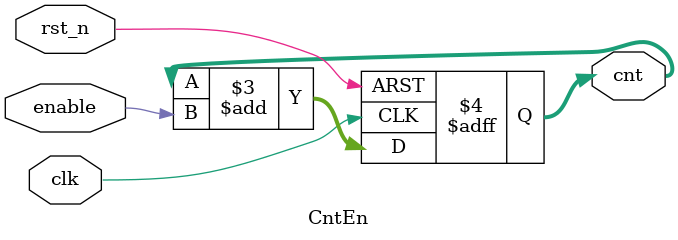
<source format=sv>
module CntEn #(
    parameter CWID = 8
) (
    input logic clk,    // Clock
    input logic rst_n,  // Asynchronous reset active low
    input logic enable,
    output logic [CWID - 1 : 0] cnt
);

    always @(posedge clk or negedge rst_n) begin
        if(~rst_n) begin
            cnt <= 'b0;
        end else begin
            cnt <= cnt + enable;
        end
    end

endmodule
</source>
